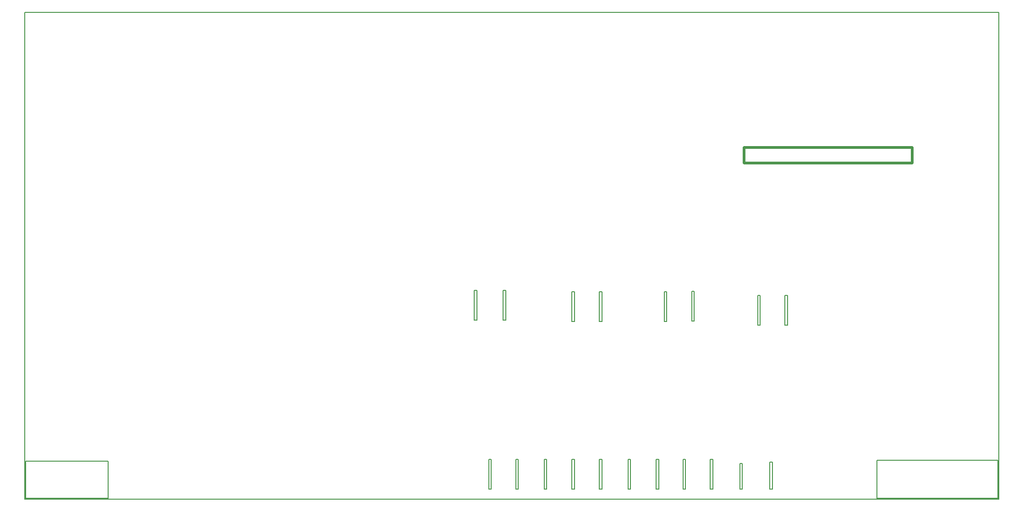
<source format=gbr>
%TF.GenerationSoftware,KiCad,Pcbnew,7.0.2*%
%TF.CreationDate,2024-03-07T12:51:37+05:30*%
%TF.ProjectId,helix2403,68656c69-7832-4343-9033-2e6b69636164,rev?*%
%TF.SameCoordinates,Original*%
%TF.FileFunction,Profile,NP*%
%FSLAX46Y46*%
G04 Gerber Fmt 4.6, Leading zero omitted, Abs format (unit mm)*
G04 Created by KiCad (PCBNEW 7.0.2) date 2024-03-07 12:51:37*
%MOMM*%
%LPD*%
G01*
G04 APERTURE LIST*
%TA.AperFunction,Profile*%
%ADD10C,0.200000*%
%TD*%
%TA.AperFunction,Profile*%
%ADD11C,0.500000*%
%TD*%
G04 APERTURE END LIST*
D10*
X150308000Y-92786200D02*
X150790600Y-92786200D01*
X150790600Y-98298000D01*
X150308000Y-98298000D01*
X150308000Y-92786200D01*
X150282600Y-123774200D02*
X150765200Y-123774200D01*
X150765200Y-129286000D01*
X150282600Y-129286000D01*
X150282600Y-123774200D01*
X155591200Y-123774200D02*
X156073800Y-123774200D01*
X156073800Y-129286000D01*
X155591200Y-129286000D01*
X155591200Y-123774200D01*
X162271400Y-92786200D02*
X162754000Y-92786200D01*
X162754000Y-98298000D01*
X162271400Y-98298000D01*
X162271400Y-92786200D01*
X129835600Y-123774200D02*
X130318200Y-123774200D01*
X130318200Y-129286000D01*
X129835600Y-129286000D01*
X129835600Y-123774200D01*
X132528000Y-92494100D02*
X133010600Y-92494100D01*
X133010600Y-98005900D01*
X132528000Y-98005900D01*
X132528000Y-92494100D01*
X134839400Y-123774200D02*
X135322000Y-123774200D01*
X135322000Y-129286000D01*
X134839400Y-129286000D01*
X134839400Y-123774200D01*
X167351400Y-92710000D02*
X167834000Y-92710000D01*
X167834000Y-98221800D01*
X167351400Y-98221800D01*
X167351400Y-92710000D01*
X165751200Y-123774200D02*
X166233800Y-123774200D01*
X166233800Y-129286000D01*
X165751200Y-129286000D01*
X165751200Y-123774200D01*
X176228700Y-124536200D02*
X176711300Y-124536200D01*
X176711300Y-129286000D01*
X176228700Y-129286000D01*
X176228700Y-124536200D01*
X145228000Y-92748100D02*
X145710600Y-92748100D01*
X145710600Y-98259900D01*
X145228000Y-98259900D01*
X145228000Y-92748100D01*
X127194000Y-92494100D02*
X127676600Y-92494100D01*
X127676600Y-98005900D01*
X127194000Y-98005900D01*
X127194000Y-92494100D01*
X44263000Y-124079000D02*
X59503000Y-124079000D01*
X59503000Y-130987800D01*
X44263000Y-130987800D01*
X44263000Y-124079000D01*
X145202600Y-123774200D02*
X145685200Y-123774200D01*
X145685200Y-129286000D01*
X145202600Y-129286000D01*
X145202600Y-123774200D01*
X140097200Y-123774200D02*
X140579800Y-123774200D01*
X140579800Y-129286000D01*
X140097200Y-129286000D01*
X140097200Y-123774200D01*
X170805800Y-123774200D02*
X171288400Y-123774200D01*
X171288400Y-129286000D01*
X170805800Y-129286000D01*
X170805800Y-123774200D01*
X201616000Y-123926600D02*
X223917200Y-123926600D01*
X223917200Y-130937000D01*
X201616000Y-130937000D01*
X201616000Y-123926600D01*
X184598000Y-93472000D02*
X185080600Y-93472000D01*
X185080600Y-98983800D01*
X184598000Y-98983800D01*
X184598000Y-93472000D01*
X181804000Y-124282200D02*
X182286600Y-124282200D01*
X182286600Y-129286000D01*
X181804000Y-129286000D01*
X181804000Y-124282200D01*
X44136000Y-41148000D02*
X224136000Y-41148000D01*
X224136000Y-131148000D01*
X44136000Y-131148000D01*
X44136000Y-41148000D01*
X179543400Y-93472000D02*
X180026000Y-93472000D01*
X180026000Y-98983800D01*
X179543400Y-98983800D01*
X179543400Y-93472000D01*
X160772800Y-123774200D02*
X161255400Y-123774200D01*
X161255400Y-129286000D01*
X160772800Y-129286000D01*
X160772800Y-123774200D01*
D11*
%TO.C,T1*%
X176994200Y-69025000D02*
X208134200Y-69025000D01*
X208134200Y-69025000D02*
X208134200Y-66075000D01*
X208134200Y-66075000D02*
X176994200Y-66075000D01*
X176994200Y-66075000D02*
X176994200Y-69025000D01*
%TD*%
M02*

</source>
